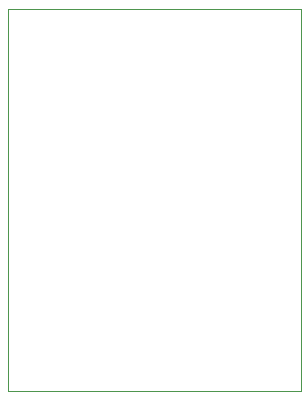
<source format=gbr>
G04*
G04 #@! TF.GenerationSoftware,Altium Limited,Altium Designer,24.10.1 (45)*
G04*
G04 Layer_Color=0*
%FSLAX44Y44*%
%MOMM*%
G71*
G04*
G04 #@! TF.SameCoordinates,6C15008D-1AD3-4549-9602-DC6CD9F93784*
G04*
G04*
G04 #@! TF.FilePolarity,Positive*
G04*
G01*
G75*
%ADD33C,0.0254*%
D33*
X-20828Y662940D02*
X227584D01*
Y339344D01*
X-8382D01*
X-20828D01*
Y662940D01*
M02*

</source>
